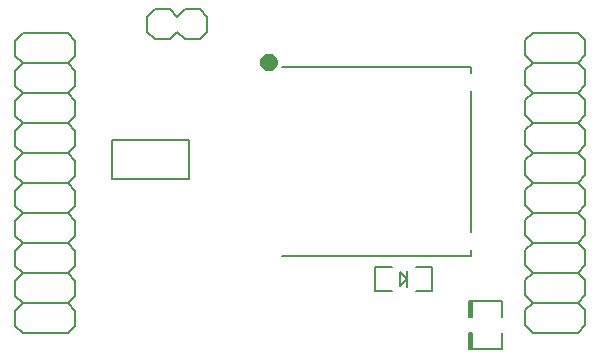
<source format=gto>
G75*
%MOIN*%
%OFA0B0*%
%FSLAX24Y24*%
%IPPOS*%
%LPD*%
%AMOC8*
5,1,8,0,0,1.08239X$1,22.5*
%
%ADD10C,0.0050*%
%ADD11C,0.0320*%
%ADD12C,0.0080*%
%ADD13C,0.0060*%
D10*
X014270Y009050D02*
X020570Y009050D01*
X020570Y009247D01*
X020570Y009838D02*
X020570Y014562D01*
X020570Y015153D02*
X020570Y015350D01*
X014270Y015350D01*
X020519Y007537D02*
X020598Y007537D01*
X020598Y007026D01*
X020519Y007026D01*
X020519Y007537D01*
X020559Y007537D02*
X020559Y007026D01*
X020598Y007537D02*
X021622Y007537D01*
X021622Y007026D01*
X021622Y006474D02*
X021622Y005963D01*
X020598Y005963D01*
X020519Y005963D01*
X020519Y006474D01*
X020598Y006474D01*
X020598Y005963D01*
X020559Y005963D02*
X020559Y006474D01*
D11*
X013713Y015507D02*
X013715Y015529D01*
X013720Y015549D01*
X013730Y015569D01*
X013742Y015587D01*
X013757Y015602D01*
X013775Y015614D01*
X013795Y015624D01*
X013815Y015629D01*
X013837Y015631D01*
X013859Y015629D01*
X013879Y015624D01*
X013899Y015614D01*
X013917Y015602D01*
X013932Y015587D01*
X013944Y015569D01*
X013954Y015549D01*
X013959Y015529D01*
X013961Y015507D01*
X013959Y015485D01*
X013954Y015465D01*
X013944Y015445D01*
X013932Y015427D01*
X013917Y015412D01*
X013899Y015400D01*
X013879Y015390D01*
X013859Y015385D01*
X013837Y015383D01*
X013815Y015385D01*
X013795Y015390D01*
X013775Y015400D01*
X013757Y015412D01*
X013742Y015427D01*
X013730Y015445D01*
X013720Y015465D01*
X013715Y015485D01*
X013713Y015507D01*
D12*
X011780Y016530D02*
X011780Y017030D01*
X011530Y017280D01*
X011030Y017280D01*
X010780Y017030D01*
X010530Y017280D01*
X010030Y017280D01*
X009780Y017030D01*
X009780Y016530D01*
X010030Y016280D01*
X010530Y016280D01*
X010780Y016530D01*
X011030Y016280D01*
X011530Y016280D01*
X011780Y016530D01*
X011170Y012930D02*
X008590Y012930D01*
X008590Y011630D01*
X011170Y011630D01*
X011170Y012930D01*
X017385Y008674D02*
X017385Y007886D01*
X017936Y007886D01*
X018212Y008044D02*
X018448Y008280D01*
X018212Y008516D01*
X018212Y008044D01*
X018448Y008004D02*
X018448Y008280D01*
X018448Y008556D01*
X018724Y008674D02*
X019275Y008674D01*
X019275Y007886D01*
X018724Y007886D01*
X017936Y008674D02*
X017385Y008674D01*
D13*
X007130Y006480D02*
X005630Y006480D01*
X005380Y006730D01*
X005380Y007230D01*
X005630Y007480D01*
X007130Y007480D01*
X007380Y007230D01*
X007380Y006730D01*
X007130Y006480D01*
X007130Y007480D02*
X007380Y007730D01*
X007380Y008230D01*
X007130Y008480D01*
X005630Y008480D01*
X005380Y008730D01*
X005380Y009230D01*
X005630Y009480D01*
X007130Y009480D01*
X007380Y009230D01*
X007380Y008730D01*
X007130Y008480D01*
X007130Y009480D02*
X007380Y009730D01*
X007380Y010230D01*
X007130Y010480D01*
X005630Y010480D01*
X005380Y010230D01*
X005380Y009730D01*
X005630Y009480D01*
X005630Y008480D02*
X005380Y008230D01*
X005380Y007730D01*
X005630Y007480D01*
X005630Y010480D02*
X005380Y010730D01*
X005380Y011230D01*
X005630Y011480D01*
X007130Y011480D01*
X007380Y011230D01*
X007380Y010730D01*
X007130Y010480D01*
X007130Y011480D02*
X007380Y011730D01*
X007380Y012230D01*
X007130Y012480D01*
X005630Y012480D01*
X005380Y012230D01*
X005380Y011730D01*
X005630Y011480D01*
X005630Y012480D02*
X005380Y012730D01*
X005380Y013230D01*
X005630Y013480D01*
X007130Y013480D01*
X007380Y013230D01*
X007380Y012730D01*
X007130Y012480D01*
X007130Y013480D02*
X007380Y013730D01*
X007380Y014230D01*
X007130Y014480D01*
X005630Y014480D01*
X005380Y014230D01*
X005380Y013730D01*
X005630Y013480D01*
X005630Y014480D02*
X005380Y014730D01*
X005380Y015230D01*
X005630Y015480D01*
X007130Y015480D01*
X007380Y015230D01*
X007380Y014730D01*
X007130Y014480D01*
X007130Y015480D02*
X007380Y015730D01*
X007380Y016230D01*
X007130Y016480D01*
X005630Y016480D01*
X005380Y016230D01*
X005380Y015730D01*
X005630Y015480D01*
X022380Y015250D02*
X022380Y014750D01*
X022630Y014500D01*
X024130Y014500D01*
X024380Y014250D01*
X024380Y013750D01*
X024130Y013500D01*
X022630Y013500D01*
X022380Y013250D01*
X022380Y012750D01*
X022630Y012500D01*
X024130Y012500D01*
X024380Y012250D01*
X024380Y011750D01*
X024130Y011500D01*
X022630Y011500D01*
X022380Y011250D01*
X022380Y010750D01*
X022630Y010500D01*
X024130Y010500D01*
X024380Y010250D01*
X024380Y009750D01*
X024130Y009500D01*
X022630Y009500D01*
X022380Y009750D01*
X022380Y010250D01*
X022630Y010500D01*
X022630Y009500D02*
X022380Y009250D01*
X022380Y008750D01*
X022630Y008500D01*
X024130Y008500D01*
X024380Y008250D01*
X024380Y007750D01*
X024130Y007500D01*
X024380Y007250D01*
X024380Y006750D01*
X024130Y006500D01*
X022630Y006500D01*
X022380Y006750D01*
X022380Y007250D01*
X022630Y007500D01*
X024130Y007500D01*
X024130Y008500D02*
X024380Y008750D01*
X024380Y009250D01*
X024130Y009500D01*
X024130Y010500D02*
X024380Y010750D01*
X024380Y011250D01*
X024130Y011500D01*
X024130Y012500D02*
X024380Y012750D01*
X024380Y013250D01*
X024130Y013500D01*
X024130Y014500D02*
X024380Y014750D01*
X024380Y015250D01*
X024130Y015500D01*
X022630Y015500D01*
X022380Y015250D01*
X022630Y015500D02*
X022380Y015750D01*
X022380Y016250D01*
X022630Y016500D01*
X024130Y016500D01*
X024380Y016250D01*
X024380Y015750D01*
X024130Y015500D01*
X022630Y014500D02*
X022380Y014250D01*
X022380Y013750D01*
X022630Y013500D01*
X022630Y012500D02*
X022380Y012250D01*
X022380Y011750D01*
X022630Y011500D01*
X022630Y008500D02*
X022380Y008250D01*
X022380Y007750D01*
X022630Y007500D01*
M02*

</source>
